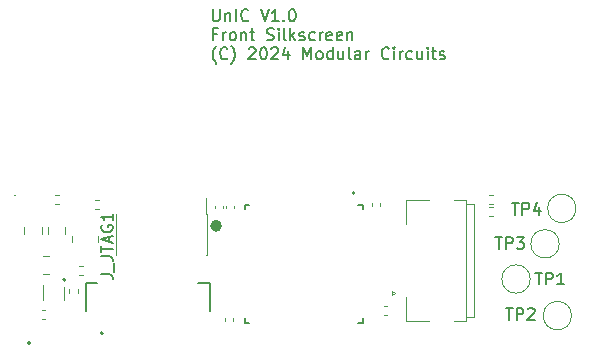
<source format=gbr>
%TF.GenerationSoftware,KiCad,Pcbnew,8.0.1-8.0.1-1~ubuntu22.04.1*%
%TF.CreationDate,2024-05-05T11:37:55-07:00*%
%TF.ProjectId,unic_gw1,756e6963-5f67-4773-912e-6b696361645f,1.0*%
%TF.SameCoordinates,Original*%
%TF.FileFunction,Legend,Top*%
%TF.FilePolarity,Positive*%
%FSLAX46Y46*%
G04 Gerber Fmt 4.6, Leading zero omitted, Abs format (unit mm)*
G04 Created by KiCad (PCBNEW 8.0.1-8.0.1-1~ubuntu22.04.1) date 2024-05-05 11:37:55*
%MOMM*%
%LPD*%
G01*
G04 APERTURE LIST*
%ADD10C,0.499264*%
%ADD11C,0.150000*%
%ADD12C,0.120000*%
%ADD13C,0.100000*%
%ADD14C,0.200000*%
%ADD15C,0.127000*%
%ADD16C,0.152400*%
G04 APERTURE END LIST*
D10*
X56127132Y-59650000D02*
G75*
G02*
X55627868Y-59650000I-249632J0D01*
G01*
X55627868Y-59650000D02*
G75*
G02*
X56127132Y-59650000I249632J0D01*
G01*
D11*
X55609279Y-41319931D02*
X55609279Y-42129454D01*
X55609279Y-42129454D02*
X55656898Y-42224692D01*
X55656898Y-42224692D02*
X55704517Y-42272312D01*
X55704517Y-42272312D02*
X55799755Y-42319931D01*
X55799755Y-42319931D02*
X55990231Y-42319931D01*
X55990231Y-42319931D02*
X56085469Y-42272312D01*
X56085469Y-42272312D02*
X56133088Y-42224692D01*
X56133088Y-42224692D02*
X56180707Y-42129454D01*
X56180707Y-42129454D02*
X56180707Y-41319931D01*
X56656898Y-41653264D02*
X56656898Y-42319931D01*
X56656898Y-41748502D02*
X56704517Y-41700883D01*
X56704517Y-41700883D02*
X56799755Y-41653264D01*
X56799755Y-41653264D02*
X56942612Y-41653264D01*
X56942612Y-41653264D02*
X57037850Y-41700883D01*
X57037850Y-41700883D02*
X57085469Y-41796121D01*
X57085469Y-41796121D02*
X57085469Y-42319931D01*
X57561660Y-42319931D02*
X57561660Y-41319931D01*
X58609278Y-42224692D02*
X58561659Y-42272312D01*
X58561659Y-42272312D02*
X58418802Y-42319931D01*
X58418802Y-42319931D02*
X58323564Y-42319931D01*
X58323564Y-42319931D02*
X58180707Y-42272312D01*
X58180707Y-42272312D02*
X58085469Y-42177073D01*
X58085469Y-42177073D02*
X58037850Y-42081835D01*
X58037850Y-42081835D02*
X57990231Y-41891359D01*
X57990231Y-41891359D02*
X57990231Y-41748502D01*
X57990231Y-41748502D02*
X58037850Y-41558026D01*
X58037850Y-41558026D02*
X58085469Y-41462788D01*
X58085469Y-41462788D02*
X58180707Y-41367550D01*
X58180707Y-41367550D02*
X58323564Y-41319931D01*
X58323564Y-41319931D02*
X58418802Y-41319931D01*
X58418802Y-41319931D02*
X58561659Y-41367550D01*
X58561659Y-41367550D02*
X58609278Y-41415169D01*
X59656898Y-41319931D02*
X59990231Y-42319931D01*
X59990231Y-42319931D02*
X60323564Y-41319931D01*
X61180707Y-42319931D02*
X60609279Y-42319931D01*
X60894993Y-42319931D02*
X60894993Y-41319931D01*
X60894993Y-41319931D02*
X60799755Y-41462788D01*
X60799755Y-41462788D02*
X60704517Y-41558026D01*
X60704517Y-41558026D02*
X60609279Y-41605645D01*
X61609279Y-42224692D02*
X61656898Y-42272312D01*
X61656898Y-42272312D02*
X61609279Y-42319931D01*
X61609279Y-42319931D02*
X61561660Y-42272312D01*
X61561660Y-42272312D02*
X61609279Y-42224692D01*
X61609279Y-42224692D02*
X61609279Y-42319931D01*
X62275945Y-41319931D02*
X62371183Y-41319931D01*
X62371183Y-41319931D02*
X62466421Y-41367550D01*
X62466421Y-41367550D02*
X62514040Y-41415169D01*
X62514040Y-41415169D02*
X62561659Y-41510407D01*
X62561659Y-41510407D02*
X62609278Y-41700883D01*
X62609278Y-41700883D02*
X62609278Y-41938978D01*
X62609278Y-41938978D02*
X62561659Y-42129454D01*
X62561659Y-42129454D02*
X62514040Y-42224692D01*
X62514040Y-42224692D02*
X62466421Y-42272312D01*
X62466421Y-42272312D02*
X62371183Y-42319931D01*
X62371183Y-42319931D02*
X62275945Y-42319931D01*
X62275945Y-42319931D02*
X62180707Y-42272312D01*
X62180707Y-42272312D02*
X62133088Y-42224692D01*
X62133088Y-42224692D02*
X62085469Y-42129454D01*
X62085469Y-42129454D02*
X62037850Y-41938978D01*
X62037850Y-41938978D02*
X62037850Y-41700883D01*
X62037850Y-41700883D02*
X62085469Y-41510407D01*
X62085469Y-41510407D02*
X62133088Y-41415169D01*
X62133088Y-41415169D02*
X62180707Y-41367550D01*
X62180707Y-41367550D02*
X62275945Y-41319931D01*
X55942612Y-43406065D02*
X55609279Y-43406065D01*
X55609279Y-43929875D02*
X55609279Y-42929875D01*
X55609279Y-42929875D02*
X56085469Y-42929875D01*
X56466422Y-43929875D02*
X56466422Y-43263208D01*
X56466422Y-43453684D02*
X56514041Y-43358446D01*
X56514041Y-43358446D02*
X56561660Y-43310827D01*
X56561660Y-43310827D02*
X56656898Y-43263208D01*
X56656898Y-43263208D02*
X56752136Y-43263208D01*
X57228327Y-43929875D02*
X57133089Y-43882256D01*
X57133089Y-43882256D02*
X57085470Y-43834636D01*
X57085470Y-43834636D02*
X57037851Y-43739398D01*
X57037851Y-43739398D02*
X57037851Y-43453684D01*
X57037851Y-43453684D02*
X57085470Y-43358446D01*
X57085470Y-43358446D02*
X57133089Y-43310827D01*
X57133089Y-43310827D02*
X57228327Y-43263208D01*
X57228327Y-43263208D02*
X57371184Y-43263208D01*
X57371184Y-43263208D02*
X57466422Y-43310827D01*
X57466422Y-43310827D02*
X57514041Y-43358446D01*
X57514041Y-43358446D02*
X57561660Y-43453684D01*
X57561660Y-43453684D02*
X57561660Y-43739398D01*
X57561660Y-43739398D02*
X57514041Y-43834636D01*
X57514041Y-43834636D02*
X57466422Y-43882256D01*
X57466422Y-43882256D02*
X57371184Y-43929875D01*
X57371184Y-43929875D02*
X57228327Y-43929875D01*
X57990232Y-43263208D02*
X57990232Y-43929875D01*
X57990232Y-43358446D02*
X58037851Y-43310827D01*
X58037851Y-43310827D02*
X58133089Y-43263208D01*
X58133089Y-43263208D02*
X58275946Y-43263208D01*
X58275946Y-43263208D02*
X58371184Y-43310827D01*
X58371184Y-43310827D02*
X58418803Y-43406065D01*
X58418803Y-43406065D02*
X58418803Y-43929875D01*
X58752137Y-43263208D02*
X59133089Y-43263208D01*
X58894994Y-42929875D02*
X58894994Y-43787017D01*
X58894994Y-43787017D02*
X58942613Y-43882256D01*
X58942613Y-43882256D02*
X59037851Y-43929875D01*
X59037851Y-43929875D02*
X59133089Y-43929875D01*
X60180709Y-43882256D02*
X60323566Y-43929875D01*
X60323566Y-43929875D02*
X60561661Y-43929875D01*
X60561661Y-43929875D02*
X60656899Y-43882256D01*
X60656899Y-43882256D02*
X60704518Y-43834636D01*
X60704518Y-43834636D02*
X60752137Y-43739398D01*
X60752137Y-43739398D02*
X60752137Y-43644160D01*
X60752137Y-43644160D02*
X60704518Y-43548922D01*
X60704518Y-43548922D02*
X60656899Y-43501303D01*
X60656899Y-43501303D02*
X60561661Y-43453684D01*
X60561661Y-43453684D02*
X60371185Y-43406065D01*
X60371185Y-43406065D02*
X60275947Y-43358446D01*
X60275947Y-43358446D02*
X60228328Y-43310827D01*
X60228328Y-43310827D02*
X60180709Y-43215589D01*
X60180709Y-43215589D02*
X60180709Y-43120351D01*
X60180709Y-43120351D02*
X60228328Y-43025113D01*
X60228328Y-43025113D02*
X60275947Y-42977494D01*
X60275947Y-42977494D02*
X60371185Y-42929875D01*
X60371185Y-42929875D02*
X60609280Y-42929875D01*
X60609280Y-42929875D02*
X60752137Y-42977494D01*
X61180709Y-43929875D02*
X61180709Y-43263208D01*
X61180709Y-42929875D02*
X61133090Y-42977494D01*
X61133090Y-42977494D02*
X61180709Y-43025113D01*
X61180709Y-43025113D02*
X61228328Y-42977494D01*
X61228328Y-42977494D02*
X61180709Y-42929875D01*
X61180709Y-42929875D02*
X61180709Y-43025113D01*
X61799756Y-43929875D02*
X61704518Y-43882256D01*
X61704518Y-43882256D02*
X61656899Y-43787017D01*
X61656899Y-43787017D02*
X61656899Y-42929875D01*
X62180709Y-43929875D02*
X62180709Y-42929875D01*
X62275947Y-43548922D02*
X62561661Y-43929875D01*
X62561661Y-43263208D02*
X62180709Y-43644160D01*
X62942614Y-43882256D02*
X63037852Y-43929875D01*
X63037852Y-43929875D02*
X63228328Y-43929875D01*
X63228328Y-43929875D02*
X63323566Y-43882256D01*
X63323566Y-43882256D02*
X63371185Y-43787017D01*
X63371185Y-43787017D02*
X63371185Y-43739398D01*
X63371185Y-43739398D02*
X63323566Y-43644160D01*
X63323566Y-43644160D02*
X63228328Y-43596541D01*
X63228328Y-43596541D02*
X63085471Y-43596541D01*
X63085471Y-43596541D02*
X62990233Y-43548922D01*
X62990233Y-43548922D02*
X62942614Y-43453684D01*
X62942614Y-43453684D02*
X62942614Y-43406065D01*
X62942614Y-43406065D02*
X62990233Y-43310827D01*
X62990233Y-43310827D02*
X63085471Y-43263208D01*
X63085471Y-43263208D02*
X63228328Y-43263208D01*
X63228328Y-43263208D02*
X63323566Y-43310827D01*
X64228328Y-43882256D02*
X64133090Y-43929875D01*
X64133090Y-43929875D02*
X63942614Y-43929875D01*
X63942614Y-43929875D02*
X63847376Y-43882256D01*
X63847376Y-43882256D02*
X63799757Y-43834636D01*
X63799757Y-43834636D02*
X63752138Y-43739398D01*
X63752138Y-43739398D02*
X63752138Y-43453684D01*
X63752138Y-43453684D02*
X63799757Y-43358446D01*
X63799757Y-43358446D02*
X63847376Y-43310827D01*
X63847376Y-43310827D02*
X63942614Y-43263208D01*
X63942614Y-43263208D02*
X64133090Y-43263208D01*
X64133090Y-43263208D02*
X64228328Y-43310827D01*
X64656900Y-43929875D02*
X64656900Y-43263208D01*
X64656900Y-43453684D02*
X64704519Y-43358446D01*
X64704519Y-43358446D02*
X64752138Y-43310827D01*
X64752138Y-43310827D02*
X64847376Y-43263208D01*
X64847376Y-43263208D02*
X64942614Y-43263208D01*
X65656900Y-43882256D02*
X65561662Y-43929875D01*
X65561662Y-43929875D02*
X65371186Y-43929875D01*
X65371186Y-43929875D02*
X65275948Y-43882256D01*
X65275948Y-43882256D02*
X65228329Y-43787017D01*
X65228329Y-43787017D02*
X65228329Y-43406065D01*
X65228329Y-43406065D02*
X65275948Y-43310827D01*
X65275948Y-43310827D02*
X65371186Y-43263208D01*
X65371186Y-43263208D02*
X65561662Y-43263208D01*
X65561662Y-43263208D02*
X65656900Y-43310827D01*
X65656900Y-43310827D02*
X65704519Y-43406065D01*
X65704519Y-43406065D02*
X65704519Y-43501303D01*
X65704519Y-43501303D02*
X65228329Y-43596541D01*
X66514043Y-43882256D02*
X66418805Y-43929875D01*
X66418805Y-43929875D02*
X66228329Y-43929875D01*
X66228329Y-43929875D02*
X66133091Y-43882256D01*
X66133091Y-43882256D02*
X66085472Y-43787017D01*
X66085472Y-43787017D02*
X66085472Y-43406065D01*
X66085472Y-43406065D02*
X66133091Y-43310827D01*
X66133091Y-43310827D02*
X66228329Y-43263208D01*
X66228329Y-43263208D02*
X66418805Y-43263208D01*
X66418805Y-43263208D02*
X66514043Y-43310827D01*
X66514043Y-43310827D02*
X66561662Y-43406065D01*
X66561662Y-43406065D02*
X66561662Y-43501303D01*
X66561662Y-43501303D02*
X66085472Y-43596541D01*
X66990234Y-43263208D02*
X66990234Y-43929875D01*
X66990234Y-43358446D02*
X67037853Y-43310827D01*
X67037853Y-43310827D02*
X67133091Y-43263208D01*
X67133091Y-43263208D02*
X67275948Y-43263208D01*
X67275948Y-43263208D02*
X67371186Y-43310827D01*
X67371186Y-43310827D02*
X67418805Y-43406065D01*
X67418805Y-43406065D02*
X67418805Y-43929875D01*
X55894993Y-45920771D02*
X55847374Y-45873152D01*
X55847374Y-45873152D02*
X55752136Y-45730295D01*
X55752136Y-45730295D02*
X55704517Y-45635057D01*
X55704517Y-45635057D02*
X55656898Y-45492200D01*
X55656898Y-45492200D02*
X55609279Y-45254104D01*
X55609279Y-45254104D02*
X55609279Y-45063628D01*
X55609279Y-45063628D02*
X55656898Y-44825533D01*
X55656898Y-44825533D02*
X55704517Y-44682676D01*
X55704517Y-44682676D02*
X55752136Y-44587438D01*
X55752136Y-44587438D02*
X55847374Y-44444580D01*
X55847374Y-44444580D02*
X55894993Y-44396961D01*
X56847374Y-45444580D02*
X56799755Y-45492200D01*
X56799755Y-45492200D02*
X56656898Y-45539819D01*
X56656898Y-45539819D02*
X56561660Y-45539819D01*
X56561660Y-45539819D02*
X56418803Y-45492200D01*
X56418803Y-45492200D02*
X56323565Y-45396961D01*
X56323565Y-45396961D02*
X56275946Y-45301723D01*
X56275946Y-45301723D02*
X56228327Y-45111247D01*
X56228327Y-45111247D02*
X56228327Y-44968390D01*
X56228327Y-44968390D02*
X56275946Y-44777914D01*
X56275946Y-44777914D02*
X56323565Y-44682676D01*
X56323565Y-44682676D02*
X56418803Y-44587438D01*
X56418803Y-44587438D02*
X56561660Y-44539819D01*
X56561660Y-44539819D02*
X56656898Y-44539819D01*
X56656898Y-44539819D02*
X56799755Y-44587438D01*
X56799755Y-44587438D02*
X56847374Y-44635057D01*
X57180708Y-45920771D02*
X57228327Y-45873152D01*
X57228327Y-45873152D02*
X57323565Y-45730295D01*
X57323565Y-45730295D02*
X57371184Y-45635057D01*
X57371184Y-45635057D02*
X57418803Y-45492200D01*
X57418803Y-45492200D02*
X57466422Y-45254104D01*
X57466422Y-45254104D02*
X57466422Y-45063628D01*
X57466422Y-45063628D02*
X57418803Y-44825533D01*
X57418803Y-44825533D02*
X57371184Y-44682676D01*
X57371184Y-44682676D02*
X57323565Y-44587438D01*
X57323565Y-44587438D02*
X57228327Y-44444580D01*
X57228327Y-44444580D02*
X57180708Y-44396961D01*
X58656899Y-44635057D02*
X58704518Y-44587438D01*
X58704518Y-44587438D02*
X58799756Y-44539819D01*
X58799756Y-44539819D02*
X59037851Y-44539819D01*
X59037851Y-44539819D02*
X59133089Y-44587438D01*
X59133089Y-44587438D02*
X59180708Y-44635057D01*
X59180708Y-44635057D02*
X59228327Y-44730295D01*
X59228327Y-44730295D02*
X59228327Y-44825533D01*
X59228327Y-44825533D02*
X59180708Y-44968390D01*
X59180708Y-44968390D02*
X58609280Y-45539819D01*
X58609280Y-45539819D02*
X59228327Y-45539819D01*
X59847375Y-44539819D02*
X59942613Y-44539819D01*
X59942613Y-44539819D02*
X60037851Y-44587438D01*
X60037851Y-44587438D02*
X60085470Y-44635057D01*
X60085470Y-44635057D02*
X60133089Y-44730295D01*
X60133089Y-44730295D02*
X60180708Y-44920771D01*
X60180708Y-44920771D02*
X60180708Y-45158866D01*
X60180708Y-45158866D02*
X60133089Y-45349342D01*
X60133089Y-45349342D02*
X60085470Y-45444580D01*
X60085470Y-45444580D02*
X60037851Y-45492200D01*
X60037851Y-45492200D02*
X59942613Y-45539819D01*
X59942613Y-45539819D02*
X59847375Y-45539819D01*
X59847375Y-45539819D02*
X59752137Y-45492200D01*
X59752137Y-45492200D02*
X59704518Y-45444580D01*
X59704518Y-45444580D02*
X59656899Y-45349342D01*
X59656899Y-45349342D02*
X59609280Y-45158866D01*
X59609280Y-45158866D02*
X59609280Y-44920771D01*
X59609280Y-44920771D02*
X59656899Y-44730295D01*
X59656899Y-44730295D02*
X59704518Y-44635057D01*
X59704518Y-44635057D02*
X59752137Y-44587438D01*
X59752137Y-44587438D02*
X59847375Y-44539819D01*
X60561661Y-44635057D02*
X60609280Y-44587438D01*
X60609280Y-44587438D02*
X60704518Y-44539819D01*
X60704518Y-44539819D02*
X60942613Y-44539819D01*
X60942613Y-44539819D02*
X61037851Y-44587438D01*
X61037851Y-44587438D02*
X61085470Y-44635057D01*
X61085470Y-44635057D02*
X61133089Y-44730295D01*
X61133089Y-44730295D02*
X61133089Y-44825533D01*
X61133089Y-44825533D02*
X61085470Y-44968390D01*
X61085470Y-44968390D02*
X60514042Y-45539819D01*
X60514042Y-45539819D02*
X61133089Y-45539819D01*
X61990232Y-44873152D02*
X61990232Y-45539819D01*
X61752137Y-44492200D02*
X61514042Y-45206485D01*
X61514042Y-45206485D02*
X62133089Y-45206485D01*
X63275947Y-45539819D02*
X63275947Y-44539819D01*
X63275947Y-44539819D02*
X63609280Y-45254104D01*
X63609280Y-45254104D02*
X63942613Y-44539819D01*
X63942613Y-44539819D02*
X63942613Y-45539819D01*
X64561661Y-45539819D02*
X64466423Y-45492200D01*
X64466423Y-45492200D02*
X64418804Y-45444580D01*
X64418804Y-45444580D02*
X64371185Y-45349342D01*
X64371185Y-45349342D02*
X64371185Y-45063628D01*
X64371185Y-45063628D02*
X64418804Y-44968390D01*
X64418804Y-44968390D02*
X64466423Y-44920771D01*
X64466423Y-44920771D02*
X64561661Y-44873152D01*
X64561661Y-44873152D02*
X64704518Y-44873152D01*
X64704518Y-44873152D02*
X64799756Y-44920771D01*
X64799756Y-44920771D02*
X64847375Y-44968390D01*
X64847375Y-44968390D02*
X64894994Y-45063628D01*
X64894994Y-45063628D02*
X64894994Y-45349342D01*
X64894994Y-45349342D02*
X64847375Y-45444580D01*
X64847375Y-45444580D02*
X64799756Y-45492200D01*
X64799756Y-45492200D02*
X64704518Y-45539819D01*
X64704518Y-45539819D02*
X64561661Y-45539819D01*
X65752137Y-45539819D02*
X65752137Y-44539819D01*
X65752137Y-45492200D02*
X65656899Y-45539819D01*
X65656899Y-45539819D02*
X65466423Y-45539819D01*
X65466423Y-45539819D02*
X65371185Y-45492200D01*
X65371185Y-45492200D02*
X65323566Y-45444580D01*
X65323566Y-45444580D02*
X65275947Y-45349342D01*
X65275947Y-45349342D02*
X65275947Y-45063628D01*
X65275947Y-45063628D02*
X65323566Y-44968390D01*
X65323566Y-44968390D02*
X65371185Y-44920771D01*
X65371185Y-44920771D02*
X65466423Y-44873152D01*
X65466423Y-44873152D02*
X65656899Y-44873152D01*
X65656899Y-44873152D02*
X65752137Y-44920771D01*
X66656899Y-44873152D02*
X66656899Y-45539819D01*
X66228328Y-44873152D02*
X66228328Y-45396961D01*
X66228328Y-45396961D02*
X66275947Y-45492200D01*
X66275947Y-45492200D02*
X66371185Y-45539819D01*
X66371185Y-45539819D02*
X66514042Y-45539819D01*
X66514042Y-45539819D02*
X66609280Y-45492200D01*
X66609280Y-45492200D02*
X66656899Y-45444580D01*
X67275947Y-45539819D02*
X67180709Y-45492200D01*
X67180709Y-45492200D02*
X67133090Y-45396961D01*
X67133090Y-45396961D02*
X67133090Y-44539819D01*
X68085471Y-45539819D02*
X68085471Y-45016009D01*
X68085471Y-45016009D02*
X68037852Y-44920771D01*
X68037852Y-44920771D02*
X67942614Y-44873152D01*
X67942614Y-44873152D02*
X67752138Y-44873152D01*
X67752138Y-44873152D02*
X67656900Y-44920771D01*
X68085471Y-45492200D02*
X67990233Y-45539819D01*
X67990233Y-45539819D02*
X67752138Y-45539819D01*
X67752138Y-45539819D02*
X67656900Y-45492200D01*
X67656900Y-45492200D02*
X67609281Y-45396961D01*
X67609281Y-45396961D02*
X67609281Y-45301723D01*
X67609281Y-45301723D02*
X67656900Y-45206485D01*
X67656900Y-45206485D02*
X67752138Y-45158866D01*
X67752138Y-45158866D02*
X67990233Y-45158866D01*
X67990233Y-45158866D02*
X68085471Y-45111247D01*
X68561662Y-45539819D02*
X68561662Y-44873152D01*
X68561662Y-45063628D02*
X68609281Y-44968390D01*
X68609281Y-44968390D02*
X68656900Y-44920771D01*
X68656900Y-44920771D02*
X68752138Y-44873152D01*
X68752138Y-44873152D02*
X68847376Y-44873152D01*
X70514043Y-45444580D02*
X70466424Y-45492200D01*
X70466424Y-45492200D02*
X70323567Y-45539819D01*
X70323567Y-45539819D02*
X70228329Y-45539819D01*
X70228329Y-45539819D02*
X70085472Y-45492200D01*
X70085472Y-45492200D02*
X69990234Y-45396961D01*
X69990234Y-45396961D02*
X69942615Y-45301723D01*
X69942615Y-45301723D02*
X69894996Y-45111247D01*
X69894996Y-45111247D02*
X69894996Y-44968390D01*
X69894996Y-44968390D02*
X69942615Y-44777914D01*
X69942615Y-44777914D02*
X69990234Y-44682676D01*
X69990234Y-44682676D02*
X70085472Y-44587438D01*
X70085472Y-44587438D02*
X70228329Y-44539819D01*
X70228329Y-44539819D02*
X70323567Y-44539819D01*
X70323567Y-44539819D02*
X70466424Y-44587438D01*
X70466424Y-44587438D02*
X70514043Y-44635057D01*
X70942615Y-45539819D02*
X70942615Y-44873152D01*
X70942615Y-44539819D02*
X70894996Y-44587438D01*
X70894996Y-44587438D02*
X70942615Y-44635057D01*
X70942615Y-44635057D02*
X70990234Y-44587438D01*
X70990234Y-44587438D02*
X70942615Y-44539819D01*
X70942615Y-44539819D02*
X70942615Y-44635057D01*
X71418805Y-45539819D02*
X71418805Y-44873152D01*
X71418805Y-45063628D02*
X71466424Y-44968390D01*
X71466424Y-44968390D02*
X71514043Y-44920771D01*
X71514043Y-44920771D02*
X71609281Y-44873152D01*
X71609281Y-44873152D02*
X71704519Y-44873152D01*
X72466424Y-45492200D02*
X72371186Y-45539819D01*
X72371186Y-45539819D02*
X72180710Y-45539819D01*
X72180710Y-45539819D02*
X72085472Y-45492200D01*
X72085472Y-45492200D02*
X72037853Y-45444580D01*
X72037853Y-45444580D02*
X71990234Y-45349342D01*
X71990234Y-45349342D02*
X71990234Y-45063628D01*
X71990234Y-45063628D02*
X72037853Y-44968390D01*
X72037853Y-44968390D02*
X72085472Y-44920771D01*
X72085472Y-44920771D02*
X72180710Y-44873152D01*
X72180710Y-44873152D02*
X72371186Y-44873152D01*
X72371186Y-44873152D02*
X72466424Y-44920771D01*
X73323567Y-44873152D02*
X73323567Y-45539819D01*
X72894996Y-44873152D02*
X72894996Y-45396961D01*
X72894996Y-45396961D02*
X72942615Y-45492200D01*
X72942615Y-45492200D02*
X73037853Y-45539819D01*
X73037853Y-45539819D02*
X73180710Y-45539819D01*
X73180710Y-45539819D02*
X73275948Y-45492200D01*
X73275948Y-45492200D02*
X73323567Y-45444580D01*
X73799758Y-45539819D02*
X73799758Y-44873152D01*
X73799758Y-44539819D02*
X73752139Y-44587438D01*
X73752139Y-44587438D02*
X73799758Y-44635057D01*
X73799758Y-44635057D02*
X73847377Y-44587438D01*
X73847377Y-44587438D02*
X73799758Y-44539819D01*
X73799758Y-44539819D02*
X73799758Y-44635057D01*
X74133091Y-44873152D02*
X74514043Y-44873152D01*
X74275948Y-44539819D02*
X74275948Y-45396961D01*
X74275948Y-45396961D02*
X74323567Y-45492200D01*
X74323567Y-45492200D02*
X74418805Y-45539819D01*
X74418805Y-45539819D02*
X74514043Y-45539819D01*
X74799758Y-45492200D02*
X74894996Y-45539819D01*
X74894996Y-45539819D02*
X75085472Y-45539819D01*
X75085472Y-45539819D02*
X75180710Y-45492200D01*
X75180710Y-45492200D02*
X75228329Y-45396961D01*
X75228329Y-45396961D02*
X75228329Y-45349342D01*
X75228329Y-45349342D02*
X75180710Y-45254104D01*
X75180710Y-45254104D02*
X75085472Y-45206485D01*
X75085472Y-45206485D02*
X74942615Y-45206485D01*
X74942615Y-45206485D02*
X74847377Y-45158866D01*
X74847377Y-45158866D02*
X74799758Y-45063628D01*
X74799758Y-45063628D02*
X74799758Y-45016009D01*
X74799758Y-45016009D02*
X74847377Y-44920771D01*
X74847377Y-44920771D02*
X74942615Y-44873152D01*
X74942615Y-44873152D02*
X75085472Y-44873152D01*
X75085472Y-44873152D02*
X75180710Y-44920771D01*
X80915595Y-57704819D02*
X81487023Y-57704819D01*
X81201309Y-58704819D02*
X81201309Y-57704819D01*
X81820357Y-58704819D02*
X81820357Y-57704819D01*
X81820357Y-57704819D02*
X82201309Y-57704819D01*
X82201309Y-57704819D02*
X82296547Y-57752438D01*
X82296547Y-57752438D02*
X82344166Y-57800057D01*
X82344166Y-57800057D02*
X82391785Y-57895295D01*
X82391785Y-57895295D02*
X82391785Y-58038152D01*
X82391785Y-58038152D02*
X82344166Y-58133390D01*
X82344166Y-58133390D02*
X82296547Y-58181009D01*
X82296547Y-58181009D02*
X82201309Y-58228628D01*
X82201309Y-58228628D02*
X81820357Y-58228628D01*
X83248928Y-58038152D02*
X83248928Y-58704819D01*
X83010833Y-57657200D02*
X82772738Y-58371485D01*
X82772738Y-58371485D02*
X83391785Y-58371485D01*
X82915595Y-63604819D02*
X83487023Y-63604819D01*
X83201309Y-64604819D02*
X83201309Y-63604819D01*
X83820357Y-64604819D02*
X83820357Y-63604819D01*
X83820357Y-63604819D02*
X84201309Y-63604819D01*
X84201309Y-63604819D02*
X84296547Y-63652438D01*
X84296547Y-63652438D02*
X84344166Y-63700057D01*
X84344166Y-63700057D02*
X84391785Y-63795295D01*
X84391785Y-63795295D02*
X84391785Y-63938152D01*
X84391785Y-63938152D02*
X84344166Y-64033390D01*
X84344166Y-64033390D02*
X84296547Y-64081009D01*
X84296547Y-64081009D02*
X84201309Y-64128628D01*
X84201309Y-64128628D02*
X83820357Y-64128628D01*
X85344166Y-64604819D02*
X84772738Y-64604819D01*
X85058452Y-64604819D02*
X85058452Y-63604819D01*
X85058452Y-63604819D02*
X84963214Y-63747676D01*
X84963214Y-63747676D02*
X84867976Y-63842914D01*
X84867976Y-63842914D02*
X84772738Y-63890533D01*
X46132319Y-63754762D02*
X46846604Y-63754762D01*
X46846604Y-63754762D02*
X46989461Y-63802381D01*
X46989461Y-63802381D02*
X47084700Y-63897619D01*
X47084700Y-63897619D02*
X47132319Y-64040476D01*
X47132319Y-64040476D02*
X47132319Y-64135714D01*
X47227557Y-63516667D02*
X47227557Y-62754762D01*
X46132319Y-62230952D02*
X46846604Y-62230952D01*
X46846604Y-62230952D02*
X46989461Y-62278571D01*
X46989461Y-62278571D02*
X47084700Y-62373809D01*
X47084700Y-62373809D02*
X47132319Y-62516666D01*
X47132319Y-62516666D02*
X47132319Y-62611904D01*
X46132319Y-61897618D02*
X46132319Y-61326190D01*
X47132319Y-61611904D02*
X46132319Y-61611904D01*
X46846604Y-61040475D02*
X46846604Y-60564285D01*
X47132319Y-61135713D02*
X46132319Y-60802380D01*
X46132319Y-60802380D02*
X47132319Y-60469047D01*
X46179938Y-59611904D02*
X46132319Y-59707142D01*
X46132319Y-59707142D02*
X46132319Y-59849999D01*
X46132319Y-59849999D02*
X46179938Y-59992856D01*
X46179938Y-59992856D02*
X46275176Y-60088094D01*
X46275176Y-60088094D02*
X46370414Y-60135713D01*
X46370414Y-60135713D02*
X46560890Y-60183332D01*
X46560890Y-60183332D02*
X46703747Y-60183332D01*
X46703747Y-60183332D02*
X46894223Y-60135713D01*
X46894223Y-60135713D02*
X46989461Y-60088094D01*
X46989461Y-60088094D02*
X47084700Y-59992856D01*
X47084700Y-59992856D02*
X47132319Y-59849999D01*
X47132319Y-59849999D02*
X47132319Y-59754761D01*
X47132319Y-59754761D02*
X47084700Y-59611904D01*
X47084700Y-59611904D02*
X47037080Y-59564285D01*
X47037080Y-59564285D02*
X46703747Y-59564285D01*
X46703747Y-59564285D02*
X46703747Y-59754761D01*
X47132319Y-58611904D02*
X47132319Y-59183332D01*
X47132319Y-58897618D02*
X46132319Y-58897618D01*
X46132319Y-58897618D02*
X46275176Y-58992856D01*
X46275176Y-58992856D02*
X46370414Y-59088094D01*
X46370414Y-59088094D02*
X46418033Y-59183332D01*
X80415595Y-66604819D02*
X80987023Y-66604819D01*
X80701309Y-67604819D02*
X80701309Y-66604819D01*
X81320357Y-67604819D02*
X81320357Y-66604819D01*
X81320357Y-66604819D02*
X81701309Y-66604819D01*
X81701309Y-66604819D02*
X81796547Y-66652438D01*
X81796547Y-66652438D02*
X81844166Y-66700057D01*
X81844166Y-66700057D02*
X81891785Y-66795295D01*
X81891785Y-66795295D02*
X81891785Y-66938152D01*
X81891785Y-66938152D02*
X81844166Y-67033390D01*
X81844166Y-67033390D02*
X81796547Y-67081009D01*
X81796547Y-67081009D02*
X81701309Y-67128628D01*
X81701309Y-67128628D02*
X81320357Y-67128628D01*
X82272738Y-66700057D02*
X82320357Y-66652438D01*
X82320357Y-66652438D02*
X82415595Y-66604819D01*
X82415595Y-66604819D02*
X82653690Y-66604819D01*
X82653690Y-66604819D02*
X82748928Y-66652438D01*
X82748928Y-66652438D02*
X82796547Y-66700057D01*
X82796547Y-66700057D02*
X82844166Y-66795295D01*
X82844166Y-66795295D02*
X82844166Y-66890533D01*
X82844166Y-66890533D02*
X82796547Y-67033390D01*
X82796547Y-67033390D02*
X82225119Y-67604819D01*
X82225119Y-67604819D02*
X82844166Y-67604819D01*
X79515595Y-60604819D02*
X80087023Y-60604819D01*
X79801309Y-61604819D02*
X79801309Y-60604819D01*
X80420357Y-61604819D02*
X80420357Y-60604819D01*
X80420357Y-60604819D02*
X80801309Y-60604819D01*
X80801309Y-60604819D02*
X80896547Y-60652438D01*
X80896547Y-60652438D02*
X80944166Y-60700057D01*
X80944166Y-60700057D02*
X80991785Y-60795295D01*
X80991785Y-60795295D02*
X80991785Y-60938152D01*
X80991785Y-60938152D02*
X80944166Y-61033390D01*
X80944166Y-61033390D02*
X80896547Y-61081009D01*
X80896547Y-61081009D02*
X80801309Y-61128628D01*
X80801309Y-61128628D02*
X80420357Y-61128628D01*
X81325119Y-60604819D02*
X81944166Y-60604819D01*
X81944166Y-60604819D02*
X81610833Y-60985771D01*
X81610833Y-60985771D02*
X81753690Y-60985771D01*
X81753690Y-60985771D02*
X81848928Y-61033390D01*
X81848928Y-61033390D02*
X81896547Y-61081009D01*
X81896547Y-61081009D02*
X81944166Y-61176247D01*
X81944166Y-61176247D02*
X81944166Y-61414342D01*
X81944166Y-61414342D02*
X81896547Y-61509580D01*
X81896547Y-61509580D02*
X81848928Y-61557200D01*
X81848928Y-61557200D02*
X81753690Y-61604819D01*
X81753690Y-61604819D02*
X81467976Y-61604819D01*
X81467976Y-61604819D02*
X81372738Y-61557200D01*
X81372738Y-61557200D02*
X81325119Y-61509580D01*
D12*
%TO.C,C5*%
X41738752Y-62215000D02*
X41216248Y-62215000D01*
X41738752Y-63685000D02*
X41216248Y-63685000D01*
%TO.C,TP4*%
X86350000Y-58175000D02*
G75*
G02*
X83950000Y-58175000I-1200000J0D01*
G01*
X83950000Y-58175000D02*
G75*
G02*
X86350000Y-58175000I1200000J0D01*
G01*
%TO.C,TP1*%
X82477500Y-64150000D02*
G75*
G02*
X80077500Y-64150000I-1200000J0D01*
G01*
X80077500Y-64150000D02*
G75*
G02*
X82477500Y-64150000I1200000J0D01*
G01*
D13*
%TO.C,LED_DONE1*%
X38927500Y-57075000D02*
G75*
G02*
X38827500Y-57075000I-50000J0D01*
G01*
X38827500Y-57075000D02*
G75*
G02*
X38927500Y-57075000I50000J0D01*
G01*
D12*
%TO.C,U6*%
X41228500Y-65950000D02*
X41228500Y-64650000D01*
X43028500Y-65950000D02*
X43028500Y-64850000D01*
D14*
X43128500Y-64200000D02*
G75*
G02*
X42928500Y-64200000I-100000J0D01*
G01*
X42928500Y-64200000D02*
G75*
G02*
X43128500Y-64200000I100000J0D01*
G01*
D12*
%TO.C,J_JTAG1*%
X47377500Y-58605000D02*
X47377500Y-62135000D01*
X47442500Y-58605000D02*
X47377500Y-58605000D01*
X47442500Y-62135000D02*
X47377500Y-62135000D01*
X55052500Y-57280000D02*
X55052500Y-58605000D01*
X55117500Y-58605000D02*
X55052500Y-58605000D01*
X55117500Y-58605000D02*
X55117500Y-62135000D01*
X55117500Y-62135000D02*
X55052500Y-62135000D01*
%TO.C,R16*%
X45609879Y-57470000D02*
X45945121Y-57470000D01*
X45609879Y-58230000D02*
X45945121Y-58230000D01*
%TO.C,C7*%
X39642500Y-59788748D02*
X39642500Y-60311252D01*
X41112500Y-59788748D02*
X41112500Y-60311252D01*
%TO.C,R2*%
X79009879Y-57070000D02*
X79345121Y-57070000D01*
X79009879Y-57830000D02*
X79345121Y-57830000D01*
%TO.C,TP2*%
X85977500Y-67250000D02*
G75*
G02*
X83577500Y-67250000I-1200000J0D01*
G01*
X83577500Y-67250000D02*
G75*
G02*
X85977500Y-67250000I1200000J0D01*
G01*
%TO.C,L1*%
X43667500Y-61011252D02*
X43667500Y-60488748D01*
X45887500Y-61011252D02*
X45887500Y-60488748D01*
%TO.C,C11*%
X56607500Y-67705835D02*
X56607500Y-67474165D01*
X57327500Y-67705835D02*
X57327500Y-67474165D01*
%TO.C,C20*%
X56707500Y-57934165D02*
X56707500Y-58165835D01*
X57427500Y-57934165D02*
X57427500Y-58165835D01*
%TO.C,C15*%
X70131665Y-66460000D02*
X70363335Y-66460000D01*
X70131665Y-67180000D02*
X70363335Y-67180000D01*
%TO.C,C23*%
X69067500Y-57734165D02*
X69067500Y-57965835D01*
X69787500Y-57734165D02*
X69787500Y-57965835D01*
D14*
%TO.C,SOCKET1*%
X40188500Y-69558000D02*
G75*
G02*
X39934500Y-69558000I-127000J0D01*
G01*
X39934500Y-69558000D02*
G75*
G02*
X40188500Y-69558000I127000J0D01*
G01*
D15*
%TO.C,U1*%
X58302500Y-57850500D02*
X58302500Y-58220500D01*
X58302500Y-57850500D02*
X58672500Y-57850500D01*
X58302500Y-67850500D02*
X58302500Y-67480500D01*
X58302500Y-67850500D02*
X58672500Y-67850500D01*
X68302500Y-57850500D02*
X67932500Y-57850500D01*
X68302500Y-57850500D02*
X68302500Y-58220500D01*
X68302500Y-67850500D02*
X67932500Y-67850500D01*
X68302500Y-67850500D02*
X68302500Y-67480500D01*
D14*
X67602500Y-56855500D02*
G75*
G02*
X67402500Y-56855500I-100000J0D01*
G01*
X67402500Y-56855500D02*
G75*
G02*
X67602500Y-56855500I100000J0D01*
G01*
D12*
%TO.C,TP3*%
X84932500Y-61170000D02*
G75*
G02*
X82532500Y-61170000I-1200000J0D01*
G01*
X82532500Y-61170000D02*
G75*
G02*
X84932500Y-61170000I1200000J0D01*
G01*
%TO.C,R3*%
X79345121Y-58070000D02*
X79009879Y-58070000D01*
X79345121Y-58830000D02*
X79009879Y-58830000D01*
%TO.C,R1*%
X42545121Y-57070000D02*
X42209879Y-57070000D01*
X42545121Y-57830000D02*
X42209879Y-57830000D01*
%TO.C,C8*%
X41642500Y-59788748D02*
X41642500Y-60311252D01*
X43112500Y-59788748D02*
X43112500Y-60311252D01*
D16*
%TO.C,J_EXT1*%
X44865100Y-64455000D02*
X44865100Y-66850946D01*
X45811048Y-64455000D02*
X44865100Y-64455000D01*
X55329900Y-64455000D02*
X54383952Y-64455000D01*
X55329900Y-66850946D02*
X55329900Y-64455000D01*
D14*
X46297500Y-68760000D02*
G75*
G02*
X46097500Y-68760000I-100000J0D01*
G01*
X46097500Y-68760000D02*
G75*
G02*
X46297500Y-68760000I100000J0D01*
G01*
D12*
%TO.C,R4*%
X44645121Y-63070000D02*
X44309879Y-63070000D01*
X44645121Y-63830000D02*
X44309879Y-63830000D01*
%TO.C,R5*%
X43397500Y-64982379D02*
X43397500Y-65317621D01*
X44157500Y-64982379D02*
X44157500Y-65317621D01*
%TO.C,J_DISPLAY1*%
X70738500Y-65123000D02*
X70738500Y-65523000D01*
X70738500Y-65523000D02*
X71038500Y-65323000D01*
X71038500Y-65323000D02*
X70738500Y-65123000D01*
X71938500Y-57473000D02*
X71938500Y-59473000D01*
X71938500Y-67673000D02*
X71938500Y-65673000D01*
X71938500Y-67673000D02*
X73938500Y-67673000D01*
X73938500Y-57473000D02*
X71938500Y-57473000D01*
X77038500Y-57473000D02*
X76038500Y-57473000D01*
X77038500Y-57773000D02*
X77738500Y-57773000D01*
X77038500Y-67673000D02*
X76038500Y-67673000D01*
X77038500Y-67673000D02*
X77038500Y-57473000D01*
X77738500Y-57773000D02*
X77738500Y-67373000D01*
X77738500Y-67373000D02*
X77038500Y-67373000D01*
%TO.C,C4*%
X55757500Y-57934165D02*
X55757500Y-58165835D01*
X56477500Y-57934165D02*
X56477500Y-58165835D01*
%TO.C,C6*%
X41393335Y-66790000D02*
X41161665Y-66790000D01*
X41393335Y-67510000D02*
X41161665Y-67510000D01*
%TD*%
M02*

</source>
